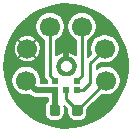
<source format=gbr>
G04 #@! TF.GenerationSoftware,KiCad,Pcbnew,5.1.5-52549c5~84~ubuntu18.04.1*
G04 #@! TF.CreationDate,2020-02-20T15:49:27+01:00*
G04 #@! TF.ProjectId,ICS-43434-PCB,4943532d-3433-4343-9334-2d5043422e6b,rev?*
G04 #@! TF.SameCoordinates,Original*
G04 #@! TF.FileFunction,Copper,L1,Top*
G04 #@! TF.FilePolarity,Positive*
%FSLAX46Y46*%
G04 Gerber Fmt 4.6, Leading zero omitted, Abs format (unit mm)*
G04 Created by KiCad (PCBNEW 5.1.5-52549c5~84~ubuntu18.04.1) date 2020-02-20 15:49:27*
%MOMM*%
%LPD*%
G04 APERTURE LIST*
%ADD10C,0.001000*%
%ADD11C,1.700000*%
%ADD12C,0.100000*%
%ADD13R,0.600000X0.522000*%
%ADD14R,0.100000X0.100000*%
%ADD15C,0.600000*%
%ADD16C,0.500000*%
%ADD17C,0.250000*%
%ADD18C,0.200000*%
G04 APERTURE END LIST*
D10*
G36*
X100010000Y-100800000D02*
G01*
X100010000Y-100500000D01*
X100023090Y-100500000D01*
X100049240Y-100498630D01*
X100075283Y-100495893D01*
X100101146Y-100491796D01*
X100126760Y-100486352D01*
X100152053Y-100479575D01*
X100176958Y-100471483D01*
X100201405Y-100462099D01*
X100225327Y-100451449D01*
X100248658Y-100439561D01*
X100271336Y-100426468D01*
X100293298Y-100412206D01*
X100314483Y-100396814D01*
X100334833Y-100380335D01*
X100354293Y-100362814D01*
X100372809Y-100344297D01*
X100390331Y-100324838D01*
X100406811Y-100304487D01*
X100422203Y-100283303D01*
X100436465Y-100261341D01*
X100449558Y-100238664D01*
X100461446Y-100215332D01*
X100472097Y-100191410D01*
X100481481Y-100166963D01*
X100489573Y-100142059D01*
X100496351Y-100116766D01*
X100501795Y-100091152D01*
X100505892Y-100065288D01*
X100508629Y-100039246D01*
X100510000Y-100013096D01*
X100510000Y-100000000D01*
X100510000Y-99980000D01*
X100510000Y-99966648D01*
X100508602Y-99939975D01*
X100505811Y-99913412D01*
X100501632Y-99887031D01*
X100496079Y-99860905D01*
X100489166Y-99835105D01*
X100480913Y-99809703D01*
X100471341Y-99784767D01*
X100460478Y-99760367D01*
X100448352Y-99736568D01*
X100434997Y-99713437D01*
X100420450Y-99691040D01*
X100404751Y-99669430D01*
X100387942Y-99648670D01*
X100370070Y-99628820D01*
X100351183Y-99609930D01*
X100331334Y-99592060D01*
X100310577Y-99575250D01*
X100288969Y-99559550D01*
X100266568Y-99545010D01*
X100243437Y-99531650D01*
X100219639Y-99519530D01*
X100195238Y-99508660D01*
X100170303Y-99499090D01*
X100144900Y-99490840D01*
X100119101Y-99483920D01*
X100092975Y-99478370D01*
X100066594Y-99474190D01*
X100040031Y-99471400D01*
X100013358Y-99470000D01*
X100000000Y-99470000D01*
X99990000Y-99470000D01*
X99976910Y-99470000D01*
X99950760Y-99471370D01*
X99924717Y-99474110D01*
X99898854Y-99478200D01*
X99873240Y-99483650D01*
X99847947Y-99490430D01*
X99823042Y-99498520D01*
X99798595Y-99507900D01*
X99774673Y-99518550D01*
X99751342Y-99530440D01*
X99728664Y-99543530D01*
X99706702Y-99557790D01*
X99685517Y-99573190D01*
X99665167Y-99589660D01*
X99645707Y-99607190D01*
X99627191Y-99625700D01*
X99609669Y-99645160D01*
X99593189Y-99665510D01*
X99577797Y-99686700D01*
X99563535Y-99708659D01*
X99550442Y-99731336D01*
X99538554Y-99754668D01*
X99527903Y-99778590D01*
X99518519Y-99803037D01*
X99510427Y-99827941D01*
X99503649Y-99853234D01*
X99498205Y-99878848D01*
X99494108Y-99904712D01*
X99491371Y-99930754D01*
X99490000Y-99956904D01*
X99490000Y-99970000D01*
X99490000Y-100000000D01*
X99490000Y-100013090D01*
X99491370Y-100039240D01*
X99494107Y-100065282D01*
X99498204Y-100091146D01*
X99503648Y-100116760D01*
X99510425Y-100142053D01*
X99518517Y-100166958D01*
X99527901Y-100191405D01*
X99538551Y-100215327D01*
X99550439Y-100238658D01*
X99563532Y-100261336D01*
X99577794Y-100283298D01*
X99593186Y-100304483D01*
X99609665Y-100324833D01*
X99627186Y-100344293D01*
X99645703Y-100362809D01*
X99665162Y-100380331D01*
X99685513Y-100396811D01*
X99706697Y-100412203D01*
X99728659Y-100426465D01*
X99751336Y-100439558D01*
X99774668Y-100451446D01*
X99798590Y-100462097D01*
X99823037Y-100471481D01*
X99847941Y-100479573D01*
X99873234Y-100486351D01*
X99898848Y-100491795D01*
X99924712Y-100495892D01*
X99950754Y-100498629D01*
X99976904Y-100500000D01*
X99990000Y-100500000D01*
X99990000Y-100800000D01*
X99980000Y-100800000D01*
X99959318Y-100800000D01*
X99918001Y-100797835D01*
X99876854Y-100793510D01*
X99835989Y-100787038D01*
X99795520Y-100778437D01*
X99755556Y-100767729D01*
X99716207Y-100754944D01*
X99677581Y-100740117D01*
X99639784Y-100723289D01*
X99602920Y-100704506D01*
X99567089Y-100683819D01*
X99532390Y-100661285D01*
X99498917Y-100636967D01*
X99466764Y-100610930D01*
X99436017Y-100583245D01*
X99406761Y-100553990D01*
X99379077Y-100523243D01*
X99353039Y-100491090D01*
X99328720Y-100457618D01*
X99306186Y-100422919D01*
X99285499Y-100387089D01*
X99266715Y-100350225D01*
X99249887Y-100312428D01*
X99235060Y-100273802D01*
X99222274Y-100234454D01*
X99211566Y-100194490D01*
X99202963Y-100154020D01*
X99196491Y-100113156D01*
X99192166Y-100072009D01*
X99190000Y-100030692D01*
X99190000Y-100010000D01*
X99190000Y-99980000D01*
X99190000Y-99958794D01*
X99192220Y-99916431D01*
X99196654Y-99874242D01*
X99203290Y-99832343D01*
X99212109Y-99790849D01*
X99223089Y-99749873D01*
X99236197Y-99709528D01*
X99251399Y-99669920D01*
X99268653Y-99631170D01*
X99287912Y-99593370D01*
X99309122Y-99556640D01*
X99332226Y-99521060D01*
X99357161Y-99486740D01*
X99383857Y-99453770D01*
X99412242Y-99422250D01*
X99442238Y-99392250D01*
X99473763Y-99363860D01*
X99506730Y-99337170D01*
X99541050Y-99312230D01*
X99576627Y-99289130D01*
X99613365Y-99267920D01*
X99651162Y-99248660D01*
X99689916Y-99231400D01*
X99729519Y-99216200D01*
X99769864Y-99203090D01*
X99810840Y-99192110D01*
X99852334Y-99183290D01*
X99894233Y-99176660D01*
X99936422Y-99172220D01*
X99978785Y-99170000D01*
X100000000Y-99170000D01*
X100010000Y-99170000D01*
X100030944Y-99170000D01*
X100072784Y-99172190D01*
X100114452Y-99176570D01*
X100155834Y-99183130D01*
X100196816Y-99191840D01*
X100237286Y-99202680D01*
X100277132Y-99215630D01*
X100316247Y-99230640D01*
X100354523Y-99247680D01*
X100391854Y-99266700D01*
X100428138Y-99287650D01*
X100463276Y-99310470D01*
X100497172Y-99335100D01*
X100529733Y-99361460D01*
X100560869Y-99389500D01*
X100590495Y-99419120D01*
X100618530Y-99450260D01*
X100644897Y-99482820D01*
X100669524Y-99516720D01*
X100692343Y-99551850D01*
X100713292Y-99588140D01*
X100732314Y-99625470D01*
X100749355Y-99663740D01*
X100764370Y-99702859D01*
X100777317Y-99742705D01*
X100788161Y-99783175D01*
X100796873Y-99824157D01*
X100803427Y-99865539D01*
X100807807Y-99907206D01*
X100810000Y-99949046D01*
X100810000Y-99970000D01*
X100810000Y-100000000D01*
X100810000Y-100020944D01*
X100807808Y-100062784D01*
X100803428Y-100104452D01*
X100796874Y-100145834D01*
X100788164Y-100186816D01*
X100777320Y-100227286D01*
X100764373Y-100267132D01*
X100749359Y-100306247D01*
X100732318Y-100344523D01*
X100713297Y-100381854D01*
X100692348Y-100418138D01*
X100669530Y-100453276D01*
X100644903Y-100487172D01*
X100618536Y-100519733D01*
X100590502Y-100550869D01*
X100560876Y-100580495D01*
X100529740Y-100608530D01*
X100497180Y-100634897D01*
X100463284Y-100659524D01*
X100428146Y-100682343D01*
X100391862Y-100703292D01*
X100354531Y-100722314D01*
X100316256Y-100739355D01*
X100277141Y-100754370D01*
X100237295Y-100767317D01*
X100196825Y-100778161D01*
X100155843Y-100786873D01*
X100114461Y-100793427D01*
X100072794Y-100797807D01*
X100030954Y-100800000D01*
X100010000Y-100800000D01*
G37*
X100010000Y-100800000D02*
X100010000Y-100500000D01*
X100023090Y-100500000D01*
X100049240Y-100498630D01*
X100075283Y-100495893D01*
X100101146Y-100491796D01*
X100126760Y-100486352D01*
X100152053Y-100479575D01*
X100176958Y-100471483D01*
X100201405Y-100462099D01*
X100225327Y-100451449D01*
X100248658Y-100439561D01*
X100271336Y-100426468D01*
X100293298Y-100412206D01*
X100314483Y-100396814D01*
X100334833Y-100380335D01*
X100354293Y-100362814D01*
X100372809Y-100344297D01*
X100390331Y-100324838D01*
X100406811Y-100304487D01*
X100422203Y-100283303D01*
X100436465Y-100261341D01*
X100449558Y-100238664D01*
X100461446Y-100215332D01*
X100472097Y-100191410D01*
X100481481Y-100166963D01*
X100489573Y-100142059D01*
X100496351Y-100116766D01*
X100501795Y-100091152D01*
X100505892Y-100065288D01*
X100508629Y-100039246D01*
X100510000Y-100013096D01*
X100510000Y-100000000D01*
X100510000Y-99980000D01*
X100510000Y-99966648D01*
X100508602Y-99939975D01*
X100505811Y-99913412D01*
X100501632Y-99887031D01*
X100496079Y-99860905D01*
X100489166Y-99835105D01*
X100480913Y-99809703D01*
X100471341Y-99784767D01*
X100460478Y-99760367D01*
X100448352Y-99736568D01*
X100434997Y-99713437D01*
X100420450Y-99691040D01*
X100404751Y-99669430D01*
X100387942Y-99648670D01*
X100370070Y-99628820D01*
X100351183Y-99609930D01*
X100331334Y-99592060D01*
X100310577Y-99575250D01*
X100288969Y-99559550D01*
X100266568Y-99545010D01*
X100243437Y-99531650D01*
X100219639Y-99519530D01*
X100195238Y-99508660D01*
X100170303Y-99499090D01*
X100144900Y-99490840D01*
X100119101Y-99483920D01*
X100092975Y-99478370D01*
X100066594Y-99474190D01*
X100040031Y-99471400D01*
X100013358Y-99470000D01*
X100000000Y-99470000D01*
X99990000Y-99470000D01*
X99976910Y-99470000D01*
X99950760Y-99471370D01*
X99924717Y-99474110D01*
X99898854Y-99478200D01*
X99873240Y-99483650D01*
X99847947Y-99490430D01*
X99823042Y-99498520D01*
X99798595Y-99507900D01*
X99774673Y-99518550D01*
X99751342Y-99530440D01*
X99728664Y-99543530D01*
X99706702Y-99557790D01*
X99685517Y-99573190D01*
X99665167Y-99589660D01*
X99645707Y-99607190D01*
X99627191Y-99625700D01*
X99609669Y-99645160D01*
X99593189Y-99665510D01*
X99577797Y-99686700D01*
X99563535Y-99708659D01*
X99550442Y-99731336D01*
X99538554Y-99754668D01*
X99527903Y-99778590D01*
X99518519Y-99803037D01*
X99510427Y-99827941D01*
X99503649Y-99853234D01*
X99498205Y-99878848D01*
X99494108Y-99904712D01*
X99491371Y-99930754D01*
X99490000Y-99956904D01*
X99490000Y-99970000D01*
X99490000Y-100000000D01*
X99490000Y-100013090D01*
X99491370Y-100039240D01*
X99494107Y-100065282D01*
X99498204Y-100091146D01*
X99503648Y-100116760D01*
X99510425Y-100142053D01*
X99518517Y-100166958D01*
X99527901Y-100191405D01*
X99538551Y-100215327D01*
X99550439Y-100238658D01*
X99563532Y-100261336D01*
X99577794Y-100283298D01*
X99593186Y-100304483D01*
X99609665Y-100324833D01*
X99627186Y-100344293D01*
X99645703Y-100362809D01*
X99665162Y-100380331D01*
X99685513Y-100396811D01*
X99706697Y-100412203D01*
X99728659Y-100426465D01*
X99751336Y-100439558D01*
X99774668Y-100451446D01*
X99798590Y-100462097D01*
X99823037Y-100471481D01*
X99847941Y-100479573D01*
X99873234Y-100486351D01*
X99898848Y-100491795D01*
X99924712Y-100495892D01*
X99950754Y-100498629D01*
X99976904Y-100500000D01*
X99990000Y-100500000D01*
X99990000Y-100800000D01*
X99980000Y-100800000D01*
X99959318Y-100800000D01*
X99918001Y-100797835D01*
X99876854Y-100793510D01*
X99835989Y-100787038D01*
X99795520Y-100778437D01*
X99755556Y-100767729D01*
X99716207Y-100754944D01*
X99677581Y-100740117D01*
X99639784Y-100723289D01*
X99602920Y-100704506D01*
X99567089Y-100683819D01*
X99532390Y-100661285D01*
X99498917Y-100636967D01*
X99466764Y-100610930D01*
X99436017Y-100583245D01*
X99406761Y-100553990D01*
X99379077Y-100523243D01*
X99353039Y-100491090D01*
X99328720Y-100457618D01*
X99306186Y-100422919D01*
X99285499Y-100387089D01*
X99266715Y-100350225D01*
X99249887Y-100312428D01*
X99235060Y-100273802D01*
X99222274Y-100234454D01*
X99211566Y-100194490D01*
X99202963Y-100154020D01*
X99196491Y-100113156D01*
X99192166Y-100072009D01*
X99190000Y-100030692D01*
X99190000Y-100010000D01*
X99190000Y-99980000D01*
X99190000Y-99958794D01*
X99192220Y-99916431D01*
X99196654Y-99874242D01*
X99203290Y-99832343D01*
X99212109Y-99790849D01*
X99223089Y-99749873D01*
X99236197Y-99709528D01*
X99251399Y-99669920D01*
X99268653Y-99631170D01*
X99287912Y-99593370D01*
X99309122Y-99556640D01*
X99332226Y-99521060D01*
X99357161Y-99486740D01*
X99383857Y-99453770D01*
X99412242Y-99422250D01*
X99442238Y-99392250D01*
X99473763Y-99363860D01*
X99506730Y-99337170D01*
X99541050Y-99312230D01*
X99576627Y-99289130D01*
X99613365Y-99267920D01*
X99651162Y-99248660D01*
X99689916Y-99231400D01*
X99729519Y-99216200D01*
X99769864Y-99203090D01*
X99810840Y-99192110D01*
X99852334Y-99183290D01*
X99894233Y-99176660D01*
X99936422Y-99172220D01*
X99978785Y-99170000D01*
X100000000Y-99170000D01*
X100010000Y-99170000D01*
X100030944Y-99170000D01*
X100072784Y-99172190D01*
X100114452Y-99176570D01*
X100155834Y-99183130D01*
X100196816Y-99191840D01*
X100237286Y-99202680D01*
X100277132Y-99215630D01*
X100316247Y-99230640D01*
X100354523Y-99247680D01*
X100391854Y-99266700D01*
X100428138Y-99287650D01*
X100463276Y-99310470D01*
X100497172Y-99335100D01*
X100529733Y-99361460D01*
X100560869Y-99389500D01*
X100590495Y-99419120D01*
X100618530Y-99450260D01*
X100644897Y-99482820D01*
X100669524Y-99516720D01*
X100692343Y-99551850D01*
X100713292Y-99588140D01*
X100732314Y-99625470D01*
X100749355Y-99663740D01*
X100764370Y-99702859D01*
X100777317Y-99742705D01*
X100788161Y-99783175D01*
X100796873Y-99824157D01*
X100803427Y-99865539D01*
X100807807Y-99907206D01*
X100810000Y-99949046D01*
X100810000Y-99970000D01*
X100810000Y-100000000D01*
X100810000Y-100020944D01*
X100807808Y-100062784D01*
X100803428Y-100104452D01*
X100796874Y-100145834D01*
X100788164Y-100186816D01*
X100777320Y-100227286D01*
X100764373Y-100267132D01*
X100749359Y-100306247D01*
X100732318Y-100344523D01*
X100713297Y-100381854D01*
X100692348Y-100418138D01*
X100669530Y-100453276D01*
X100644903Y-100487172D01*
X100618536Y-100519733D01*
X100590502Y-100550869D01*
X100560876Y-100580495D01*
X100529740Y-100608530D01*
X100497180Y-100634897D01*
X100463284Y-100659524D01*
X100428146Y-100682343D01*
X100391862Y-100703292D01*
X100354531Y-100722314D01*
X100316256Y-100739355D01*
X100277141Y-100754370D01*
X100237295Y-100767317D01*
X100196825Y-100778161D01*
X100155843Y-100786873D01*
X100114461Y-100793427D01*
X100072794Y-100797807D01*
X100030954Y-100800000D01*
X100010000Y-100800000D01*
D11*
X98651416Y-96662138D03*
X96617107Y-101231273D03*
X96711236Y-98535748D03*
X103382893Y-101231273D03*
X103288764Y-98535748D03*
X101348584Y-96662138D03*
G04 #@! TA.AperFunction,SMDPad,CuDef*
D12*
G36*
X102777691Y-103276053D02*
G01*
X102798926Y-103279203D01*
X102819750Y-103284419D01*
X102839962Y-103291651D01*
X102859368Y-103300830D01*
X102877781Y-103311866D01*
X102895024Y-103324654D01*
X102910930Y-103339070D01*
X102925346Y-103354976D01*
X102938134Y-103372219D01*
X102949170Y-103390632D01*
X102958349Y-103410038D01*
X102965581Y-103430250D01*
X102970797Y-103451074D01*
X102973947Y-103472309D01*
X102975000Y-103493750D01*
X102975000Y-104006250D01*
X102973947Y-104027691D01*
X102970797Y-104048926D01*
X102965581Y-104069750D01*
X102958349Y-104089962D01*
X102949170Y-104109368D01*
X102938134Y-104127781D01*
X102925346Y-104145024D01*
X102910930Y-104160930D01*
X102895024Y-104175346D01*
X102877781Y-104188134D01*
X102859368Y-104199170D01*
X102839962Y-104208349D01*
X102819750Y-104215581D01*
X102798926Y-104220797D01*
X102777691Y-104223947D01*
X102756250Y-104225000D01*
X102318750Y-104225000D01*
X102297309Y-104223947D01*
X102276074Y-104220797D01*
X102255250Y-104215581D01*
X102235038Y-104208349D01*
X102215632Y-104199170D01*
X102197219Y-104188134D01*
X102179976Y-104175346D01*
X102164070Y-104160930D01*
X102149654Y-104145024D01*
X102136866Y-104127781D01*
X102125830Y-104109368D01*
X102116651Y-104089962D01*
X102109419Y-104069750D01*
X102104203Y-104048926D01*
X102101053Y-104027691D01*
X102100000Y-104006250D01*
X102100000Y-103493750D01*
X102101053Y-103472309D01*
X102104203Y-103451074D01*
X102109419Y-103430250D01*
X102116651Y-103410038D01*
X102125830Y-103390632D01*
X102136866Y-103372219D01*
X102149654Y-103354976D01*
X102164070Y-103339070D01*
X102179976Y-103324654D01*
X102197219Y-103311866D01*
X102215632Y-103300830D01*
X102235038Y-103291651D01*
X102255250Y-103284419D01*
X102276074Y-103279203D01*
X102297309Y-103276053D01*
X102318750Y-103275000D01*
X102756250Y-103275000D01*
X102777691Y-103276053D01*
G37*
G04 #@! TD.AperFunction*
G04 #@! TA.AperFunction,SMDPad,CuDef*
G36*
X101202691Y-103276053D02*
G01*
X101223926Y-103279203D01*
X101244750Y-103284419D01*
X101264962Y-103291651D01*
X101284368Y-103300830D01*
X101302781Y-103311866D01*
X101320024Y-103324654D01*
X101335930Y-103339070D01*
X101350346Y-103354976D01*
X101363134Y-103372219D01*
X101374170Y-103390632D01*
X101383349Y-103410038D01*
X101390581Y-103430250D01*
X101395797Y-103451074D01*
X101398947Y-103472309D01*
X101400000Y-103493750D01*
X101400000Y-104006250D01*
X101398947Y-104027691D01*
X101395797Y-104048926D01*
X101390581Y-104069750D01*
X101383349Y-104089962D01*
X101374170Y-104109368D01*
X101363134Y-104127781D01*
X101350346Y-104145024D01*
X101335930Y-104160930D01*
X101320024Y-104175346D01*
X101302781Y-104188134D01*
X101284368Y-104199170D01*
X101264962Y-104208349D01*
X101244750Y-104215581D01*
X101223926Y-104220797D01*
X101202691Y-104223947D01*
X101181250Y-104225000D01*
X100743750Y-104225000D01*
X100722309Y-104223947D01*
X100701074Y-104220797D01*
X100680250Y-104215581D01*
X100660038Y-104208349D01*
X100640632Y-104199170D01*
X100622219Y-104188134D01*
X100604976Y-104175346D01*
X100589070Y-104160930D01*
X100574654Y-104145024D01*
X100561866Y-104127781D01*
X100550830Y-104109368D01*
X100541651Y-104089962D01*
X100534419Y-104069750D01*
X100529203Y-104048926D01*
X100526053Y-104027691D01*
X100525000Y-104006250D01*
X100525000Y-103493750D01*
X100526053Y-103472309D01*
X100529203Y-103451074D01*
X100534419Y-103430250D01*
X100541651Y-103410038D01*
X100550830Y-103390632D01*
X100561866Y-103372219D01*
X100574654Y-103354976D01*
X100589070Y-103339070D01*
X100604976Y-103324654D01*
X100622219Y-103311866D01*
X100640632Y-103300830D01*
X100660038Y-103291651D01*
X100680250Y-103284419D01*
X100701074Y-103279203D01*
X100722309Y-103276053D01*
X100743750Y-103275000D01*
X101181250Y-103275000D01*
X101202691Y-103276053D01*
G37*
G04 #@! TD.AperFunction*
G04 #@! TA.AperFunction,SMDPad,CuDef*
G36*
X97702691Y-103276053D02*
G01*
X97723926Y-103279203D01*
X97744750Y-103284419D01*
X97764962Y-103291651D01*
X97784368Y-103300830D01*
X97802781Y-103311866D01*
X97820024Y-103324654D01*
X97835930Y-103339070D01*
X97850346Y-103354976D01*
X97863134Y-103372219D01*
X97874170Y-103390632D01*
X97883349Y-103410038D01*
X97890581Y-103430250D01*
X97895797Y-103451074D01*
X97898947Y-103472309D01*
X97900000Y-103493750D01*
X97900000Y-104006250D01*
X97898947Y-104027691D01*
X97895797Y-104048926D01*
X97890581Y-104069750D01*
X97883349Y-104089962D01*
X97874170Y-104109368D01*
X97863134Y-104127781D01*
X97850346Y-104145024D01*
X97835930Y-104160930D01*
X97820024Y-104175346D01*
X97802781Y-104188134D01*
X97784368Y-104199170D01*
X97764962Y-104208349D01*
X97744750Y-104215581D01*
X97723926Y-104220797D01*
X97702691Y-104223947D01*
X97681250Y-104225000D01*
X97243750Y-104225000D01*
X97222309Y-104223947D01*
X97201074Y-104220797D01*
X97180250Y-104215581D01*
X97160038Y-104208349D01*
X97140632Y-104199170D01*
X97122219Y-104188134D01*
X97104976Y-104175346D01*
X97089070Y-104160930D01*
X97074654Y-104145024D01*
X97061866Y-104127781D01*
X97050830Y-104109368D01*
X97041651Y-104089962D01*
X97034419Y-104069750D01*
X97029203Y-104048926D01*
X97026053Y-104027691D01*
X97025000Y-104006250D01*
X97025000Y-103493750D01*
X97026053Y-103472309D01*
X97029203Y-103451074D01*
X97034419Y-103430250D01*
X97041651Y-103410038D01*
X97050830Y-103390632D01*
X97061866Y-103372219D01*
X97074654Y-103354976D01*
X97089070Y-103339070D01*
X97104976Y-103324654D01*
X97122219Y-103311866D01*
X97140632Y-103300830D01*
X97160038Y-103291651D01*
X97180250Y-103284419D01*
X97201074Y-103279203D01*
X97222309Y-103276053D01*
X97243750Y-103275000D01*
X97681250Y-103275000D01*
X97702691Y-103276053D01*
G37*
G04 #@! TD.AperFunction*
G04 #@! TA.AperFunction,SMDPad,CuDef*
G36*
X99277691Y-103276053D02*
G01*
X99298926Y-103279203D01*
X99319750Y-103284419D01*
X99339962Y-103291651D01*
X99359368Y-103300830D01*
X99377781Y-103311866D01*
X99395024Y-103324654D01*
X99410930Y-103339070D01*
X99425346Y-103354976D01*
X99438134Y-103372219D01*
X99449170Y-103390632D01*
X99458349Y-103410038D01*
X99465581Y-103430250D01*
X99470797Y-103451074D01*
X99473947Y-103472309D01*
X99475000Y-103493750D01*
X99475000Y-104006250D01*
X99473947Y-104027691D01*
X99470797Y-104048926D01*
X99465581Y-104069750D01*
X99458349Y-104089962D01*
X99449170Y-104109368D01*
X99438134Y-104127781D01*
X99425346Y-104145024D01*
X99410930Y-104160930D01*
X99395024Y-104175346D01*
X99377781Y-104188134D01*
X99359368Y-104199170D01*
X99339962Y-104208349D01*
X99319750Y-104215581D01*
X99298926Y-104220797D01*
X99277691Y-104223947D01*
X99256250Y-104225000D01*
X98818750Y-104225000D01*
X98797309Y-104223947D01*
X98776074Y-104220797D01*
X98755250Y-104215581D01*
X98735038Y-104208349D01*
X98715632Y-104199170D01*
X98697219Y-104188134D01*
X98679976Y-104175346D01*
X98664070Y-104160930D01*
X98649654Y-104145024D01*
X98636866Y-104127781D01*
X98625830Y-104109368D01*
X98616651Y-104089962D01*
X98609419Y-104069750D01*
X98604203Y-104048926D01*
X98601053Y-104027691D01*
X98600000Y-104006250D01*
X98600000Y-103493750D01*
X98601053Y-103472309D01*
X98604203Y-103451074D01*
X98609419Y-103430250D01*
X98616651Y-103410038D01*
X98625830Y-103390632D01*
X98636866Y-103372219D01*
X98649654Y-103354976D01*
X98664070Y-103339070D01*
X98679976Y-103324654D01*
X98697219Y-103311866D01*
X98715632Y-103300830D01*
X98735038Y-103291651D01*
X98755250Y-103284419D01*
X98776074Y-103279203D01*
X98797309Y-103276053D01*
X98818750Y-103275000D01*
X99256250Y-103275000D01*
X99277691Y-103276053D01*
G37*
G04 #@! TD.AperFunction*
D13*
X100000000Y-102061000D03*
X99100000Y-102061000D03*
X99100000Y-101239000D03*
D14*
X100015500Y-99317000D03*
D13*
X100900000Y-101239000D03*
X100900000Y-102061000D03*
D15*
X100015500Y-98300000D03*
D16*
X100000000Y-99236999D02*
X100015500Y-99236999D01*
X100000000Y-99231000D02*
X100000000Y-99236999D01*
X100015500Y-99215500D02*
X100000000Y-99231000D01*
X100015500Y-98300000D02*
X100015500Y-99236999D01*
X97446834Y-102061000D02*
X99100000Y-102061000D01*
X96617107Y-101231273D02*
X97446834Y-102061000D01*
X99100000Y-103687500D02*
X99037500Y-103750000D01*
X99100000Y-102061000D02*
X99100000Y-103687500D01*
D17*
X99100000Y-101239000D02*
X99061000Y-101239000D01*
X98651416Y-100790416D02*
X99100000Y-101239000D01*
X98651416Y-96662138D02*
X98651416Y-100790416D01*
X100000000Y-102787500D02*
X100962500Y-103750000D01*
X100000000Y-102061000D02*
X100000000Y-102787500D01*
X103382893Y-101329607D02*
X103382893Y-101231273D01*
X100962500Y-103750000D02*
X103382893Y-101329607D01*
X100900000Y-102061000D02*
X101450000Y-102061000D01*
X102055500Y-99769012D02*
X102055500Y-101455500D01*
X103288764Y-98535748D02*
X102055500Y-99769012D01*
X101450000Y-102061000D02*
X102055500Y-101455500D01*
X101348584Y-100790416D02*
X100900000Y-101239000D01*
X101348584Y-96662138D02*
X101348584Y-100790416D01*
D18*
G36*
X100663668Y-94817320D02*
G01*
X101529999Y-95004029D01*
X102352315Y-95334462D01*
X103106958Y-95799115D01*
X103772221Y-96384619D01*
X104328963Y-97074132D01*
X104761169Y-97847816D01*
X105056405Y-98683415D01*
X105206177Y-99556889D01*
X105206177Y-100443111D01*
X105056405Y-101316585D01*
X104761169Y-102152184D01*
X104328963Y-102925868D01*
X103772221Y-103615381D01*
X103106958Y-104200885D01*
X102352315Y-104665538D01*
X101529999Y-104995971D01*
X100663668Y-105182680D01*
X99778245Y-105220292D01*
X98899201Y-105107726D01*
X98051825Y-104848220D01*
X97260494Y-104449240D01*
X96547975Y-103922263D01*
X95934763Y-103282449D01*
X95438501Y-102548206D01*
X95073465Y-101740655D01*
X94908777Y-101108159D01*
X95367107Y-101108159D01*
X95367107Y-101354387D01*
X95415144Y-101595884D01*
X95509372Y-101823370D01*
X95646169Y-102028101D01*
X95820279Y-102202211D01*
X96025010Y-102339008D01*
X96252496Y-102433236D01*
X96493993Y-102481273D01*
X96740221Y-102481273D01*
X96913417Y-102446822D01*
X96964638Y-102498043D01*
X96984991Y-102522843D01*
X97009791Y-102543196D01*
X97009793Y-102543198D01*
X97016111Y-102548383D01*
X97083966Y-102604070D01*
X97196886Y-102664427D01*
X97319412Y-102701595D01*
X97414902Y-102711000D01*
X97414912Y-102711000D01*
X97446833Y-102714144D01*
X97478754Y-102711000D01*
X98450000Y-102711000D01*
X98450001Y-102997296D01*
X98379859Y-103054859D01*
X98302669Y-103148916D01*
X98245312Y-103256224D01*
X98209991Y-103372660D01*
X98198065Y-103493750D01*
X98198065Y-104006250D01*
X98209991Y-104127340D01*
X98245312Y-104243776D01*
X98302669Y-104351084D01*
X98379859Y-104445141D01*
X98473916Y-104522331D01*
X98581224Y-104579688D01*
X98697660Y-104615009D01*
X98818750Y-104626935D01*
X99256250Y-104626935D01*
X99377340Y-104615009D01*
X99493776Y-104579688D01*
X99601084Y-104522331D01*
X99695141Y-104445141D01*
X99772331Y-104351084D01*
X99829688Y-104243776D01*
X99865009Y-104127340D01*
X99876935Y-104006250D01*
X99876935Y-103493750D01*
X99867446Y-103397408D01*
X100123065Y-103653027D01*
X100123065Y-104006250D01*
X100134991Y-104127340D01*
X100170312Y-104243776D01*
X100227669Y-104351084D01*
X100304859Y-104445141D01*
X100398916Y-104522331D01*
X100506224Y-104579688D01*
X100622660Y-104615009D01*
X100743750Y-104626935D01*
X101181250Y-104626935D01*
X101302340Y-104615009D01*
X101418776Y-104579688D01*
X101526084Y-104522331D01*
X101620141Y-104445141D01*
X101697331Y-104351084D01*
X101754688Y-104243776D01*
X101790009Y-104127340D01*
X101801935Y-104006250D01*
X101801935Y-103653026D01*
X103021154Y-102433807D01*
X103259779Y-102481273D01*
X103506007Y-102481273D01*
X103747504Y-102433236D01*
X103974990Y-102339008D01*
X104179721Y-102202211D01*
X104353831Y-102028101D01*
X104490628Y-101823370D01*
X104584856Y-101595884D01*
X104632893Y-101354387D01*
X104632893Y-101108159D01*
X104584856Y-100866662D01*
X104490628Y-100639176D01*
X104353831Y-100434445D01*
X104179721Y-100260335D01*
X103974990Y-100123538D01*
X103747504Y-100029310D01*
X103506007Y-99981273D01*
X103259779Y-99981273D01*
X103018282Y-100029310D01*
X102790796Y-100123538D01*
X102586065Y-100260335D01*
X102580500Y-100265900D01*
X102580500Y-99986473D01*
X102857055Y-99709918D01*
X102924153Y-99737711D01*
X103165650Y-99785748D01*
X103411878Y-99785748D01*
X103653375Y-99737711D01*
X103880861Y-99643483D01*
X104085592Y-99506686D01*
X104259702Y-99332576D01*
X104396499Y-99127845D01*
X104490727Y-98900359D01*
X104538764Y-98658862D01*
X104538764Y-98412634D01*
X104490727Y-98171137D01*
X104396499Y-97943651D01*
X104259702Y-97738920D01*
X104085592Y-97564810D01*
X103880861Y-97428013D01*
X103653375Y-97333785D01*
X103411878Y-97285748D01*
X103165650Y-97285748D01*
X102924153Y-97333785D01*
X102696667Y-97428013D01*
X102491936Y-97564810D01*
X102317826Y-97738920D01*
X102181029Y-97943651D01*
X102086801Y-98171137D01*
X102038764Y-98412634D01*
X102038764Y-98658862D01*
X102086801Y-98900359D01*
X102114594Y-98967457D01*
X101873584Y-99208467D01*
X101873584Y-97797666D01*
X101940681Y-97769873D01*
X102145412Y-97633076D01*
X102319522Y-97458966D01*
X102456319Y-97254235D01*
X102550547Y-97026749D01*
X102598584Y-96785252D01*
X102598584Y-96539024D01*
X102550547Y-96297527D01*
X102456319Y-96070041D01*
X102319522Y-95865310D01*
X102145412Y-95691200D01*
X101940681Y-95554403D01*
X101713195Y-95460175D01*
X101471698Y-95412138D01*
X101225470Y-95412138D01*
X100983973Y-95460175D01*
X100756487Y-95554403D01*
X100551756Y-95691200D01*
X100377646Y-95865310D01*
X100240849Y-96070041D01*
X100146621Y-96297527D01*
X100098584Y-96539024D01*
X100098584Y-96785252D01*
X100146621Y-97026749D01*
X100240849Y-97254235D01*
X100377646Y-97458966D01*
X100551756Y-97633076D01*
X100756487Y-97769873D01*
X100823584Y-97797666D01*
X100823585Y-99087123D01*
X100797746Y-99063854D01*
X100791500Y-99059248D01*
X100786055Y-99053728D01*
X100781734Y-99050179D01*
X100749172Y-99023819D01*
X100742768Y-99019598D01*
X100737101Y-99014422D01*
X100732600Y-99011103D01*
X100698703Y-98986473D01*
X100692046Y-98982567D01*
X100686080Y-98977666D01*
X100681412Y-98974587D01*
X100646273Y-98951767D01*
X100639427Y-98948218D01*
X100633222Y-98943643D01*
X100628398Y-98940813D01*
X100592114Y-98919863D01*
X100585084Y-98916673D01*
X100578634Y-98912421D01*
X100573669Y-98909848D01*
X100536338Y-98890828D01*
X100529156Y-98888014D01*
X100522502Y-98884110D01*
X100517409Y-98881800D01*
X100479132Y-98864759D01*
X100471801Y-98862321D01*
X100464940Y-98858765D01*
X100459733Y-98856726D01*
X100420618Y-98841716D01*
X100413218Y-98839678D01*
X100406228Y-98836507D01*
X100400922Y-98834741D01*
X100361075Y-98821791D01*
X100353511Y-98820127D01*
X100346300Y-98817302D01*
X100340909Y-98815817D01*
X100300438Y-98804977D01*
X100292839Y-98803720D01*
X100285537Y-98801291D01*
X100280075Y-98800090D01*
X100239094Y-98791380D01*
X100231463Y-98790524D01*
X100224057Y-98788483D01*
X100218540Y-98787569D01*
X100177157Y-98781009D01*
X100169432Y-98780549D01*
X100161878Y-98778888D01*
X100156321Y-98778265D01*
X100114653Y-98773884D01*
X100106920Y-98773830D01*
X100099300Y-98772569D01*
X100093718Y-98772237D01*
X100051878Y-98770048D01*
X100044190Y-98770398D01*
X100036536Y-98769539D01*
X100030944Y-98769500D01*
X99978785Y-98769500D01*
X99971111Y-98770252D01*
X99963412Y-98769795D01*
X99957826Y-98770049D01*
X99915463Y-98772269D01*
X99907812Y-98773426D01*
X99900070Y-98773373D01*
X99894505Y-98773920D01*
X99852316Y-98778360D01*
X99844820Y-98779900D01*
X99837167Y-98780246D01*
X99831637Y-98781082D01*
X99789739Y-98787712D01*
X99782246Y-98789663D01*
X99774542Y-98790418D01*
X99769064Y-98791542D01*
X99727570Y-98800362D01*
X99720218Y-98802694D01*
X99712590Y-98803848D01*
X99707179Y-98805258D01*
X99666202Y-98816238D01*
X99658979Y-98818953D01*
X99651424Y-98820504D01*
X99646094Y-98822195D01*
X99605748Y-98835305D01*
X99598693Y-98838387D01*
X99591245Y-98840327D01*
X99586011Y-98842294D01*
X99546407Y-98857494D01*
X99539480Y-98860962D01*
X99532098Y-98863305D01*
X99526974Y-98865545D01*
X99488220Y-98882805D01*
X99481534Y-98886604D01*
X99474328Y-98889313D01*
X99469328Y-98891818D01*
X99431531Y-98911077D01*
X99425040Y-98915229D01*
X99417982Y-98918312D01*
X99413120Y-98921074D01*
X99376382Y-98942284D01*
X99370121Y-98946767D01*
X99363237Y-98950213D01*
X99358526Y-98953225D01*
X99322948Y-98976325D01*
X99316888Y-98981162D01*
X99310158Y-98984986D01*
X99305611Y-98988241D01*
X99271291Y-99013181D01*
X99265556Y-99018274D01*
X99259093Y-99022406D01*
X99254722Y-99025894D01*
X99221755Y-99052585D01*
X99216234Y-99058028D01*
X99209933Y-99062540D01*
X99205751Y-99066253D01*
X99176416Y-99092671D01*
X99176416Y-97797666D01*
X99243513Y-97769873D01*
X99448244Y-97633076D01*
X99622354Y-97458966D01*
X99759151Y-97254235D01*
X99853379Y-97026749D01*
X99901416Y-96785252D01*
X99901416Y-96539024D01*
X99853379Y-96297527D01*
X99759151Y-96070041D01*
X99622354Y-95865310D01*
X99448244Y-95691200D01*
X99243513Y-95554403D01*
X99016027Y-95460175D01*
X98774530Y-95412138D01*
X98528302Y-95412138D01*
X98286805Y-95460175D01*
X98059319Y-95554403D01*
X97854588Y-95691200D01*
X97680478Y-95865310D01*
X97543681Y-96070041D01*
X97449453Y-96297527D01*
X97401416Y-96539024D01*
X97401416Y-96785252D01*
X97449453Y-97026749D01*
X97543681Y-97254235D01*
X97680478Y-97458966D01*
X97854588Y-97633076D01*
X98059319Y-97769873D01*
X98126416Y-97797666D01*
X98126417Y-100764626D01*
X98123877Y-100790416D01*
X98134013Y-100893333D01*
X98164033Y-100992296D01*
X98212783Y-101083501D01*
X98233393Y-101108614D01*
X98278390Y-101163443D01*
X98298421Y-101179882D01*
X98398065Y-101279526D01*
X98398065Y-101411000D01*
X97855846Y-101411000D01*
X97867107Y-101354387D01*
X97867107Y-101108159D01*
X97819070Y-100866662D01*
X97724842Y-100639176D01*
X97588045Y-100434445D01*
X97413935Y-100260335D01*
X97209204Y-100123538D01*
X96981718Y-100029310D01*
X96740221Y-99981273D01*
X96493993Y-99981273D01*
X96252496Y-100029310D01*
X96025010Y-100123538D01*
X95820279Y-100260335D01*
X95646169Y-100434445D01*
X95509372Y-100639176D01*
X95415144Y-100866662D01*
X95367107Y-101108159D01*
X94908777Y-101108159D01*
X94850157Y-100883029D01*
X94775000Y-100000000D01*
X94834293Y-99303349D01*
X95950706Y-99303349D01*
X96036064Y-99473549D01*
X96231994Y-99587249D01*
X96446340Y-99660540D01*
X96670866Y-99690606D01*
X96896943Y-99676291D01*
X97115884Y-99618147D01*
X97319274Y-99518406D01*
X97386408Y-99473549D01*
X97471766Y-99303349D01*
X96711236Y-98542819D01*
X95950706Y-99303349D01*
X94834293Y-99303349D01*
X94850157Y-99116971D01*
X95012006Y-98495378D01*
X95556378Y-98495378D01*
X95570693Y-98721455D01*
X95628837Y-98940396D01*
X95728578Y-99143786D01*
X95773435Y-99210920D01*
X95943635Y-99296278D01*
X96704165Y-98535748D01*
X96718307Y-98535748D01*
X97478837Y-99296278D01*
X97649037Y-99210920D01*
X97762737Y-99014990D01*
X97836028Y-98800644D01*
X97866094Y-98576118D01*
X97851779Y-98350041D01*
X97793635Y-98131100D01*
X97693894Y-97927710D01*
X97649037Y-97860576D01*
X97478837Y-97775218D01*
X96718307Y-98535748D01*
X96704165Y-98535748D01*
X95943635Y-97775218D01*
X95773435Y-97860576D01*
X95659735Y-98056506D01*
X95586444Y-98270852D01*
X95556378Y-98495378D01*
X95012006Y-98495378D01*
X95073465Y-98259345D01*
X95295500Y-97768147D01*
X95950706Y-97768147D01*
X96711236Y-98528677D01*
X97471766Y-97768147D01*
X97386408Y-97597947D01*
X97190478Y-97484247D01*
X96976132Y-97410956D01*
X96751606Y-97380890D01*
X96525529Y-97395205D01*
X96306588Y-97453349D01*
X96103198Y-97553090D01*
X96036064Y-97597947D01*
X95950706Y-97768147D01*
X95295500Y-97768147D01*
X95438501Y-97451794D01*
X95934763Y-96717551D01*
X96547975Y-96077737D01*
X97260494Y-95550760D01*
X98051825Y-95151780D01*
X98899201Y-94892274D01*
X99778245Y-94779708D01*
X100663668Y-94817320D01*
G37*
X100663668Y-94817320D02*
X101529999Y-95004029D01*
X102352315Y-95334462D01*
X103106958Y-95799115D01*
X103772221Y-96384619D01*
X104328963Y-97074132D01*
X104761169Y-97847816D01*
X105056405Y-98683415D01*
X105206177Y-99556889D01*
X105206177Y-100443111D01*
X105056405Y-101316585D01*
X104761169Y-102152184D01*
X104328963Y-102925868D01*
X103772221Y-103615381D01*
X103106958Y-104200885D01*
X102352315Y-104665538D01*
X101529999Y-104995971D01*
X100663668Y-105182680D01*
X99778245Y-105220292D01*
X98899201Y-105107726D01*
X98051825Y-104848220D01*
X97260494Y-104449240D01*
X96547975Y-103922263D01*
X95934763Y-103282449D01*
X95438501Y-102548206D01*
X95073465Y-101740655D01*
X94908777Y-101108159D01*
X95367107Y-101108159D01*
X95367107Y-101354387D01*
X95415144Y-101595884D01*
X95509372Y-101823370D01*
X95646169Y-102028101D01*
X95820279Y-102202211D01*
X96025010Y-102339008D01*
X96252496Y-102433236D01*
X96493993Y-102481273D01*
X96740221Y-102481273D01*
X96913417Y-102446822D01*
X96964638Y-102498043D01*
X96984991Y-102522843D01*
X97009791Y-102543196D01*
X97009793Y-102543198D01*
X97016111Y-102548383D01*
X97083966Y-102604070D01*
X97196886Y-102664427D01*
X97319412Y-102701595D01*
X97414902Y-102711000D01*
X97414912Y-102711000D01*
X97446833Y-102714144D01*
X97478754Y-102711000D01*
X98450000Y-102711000D01*
X98450001Y-102997296D01*
X98379859Y-103054859D01*
X98302669Y-103148916D01*
X98245312Y-103256224D01*
X98209991Y-103372660D01*
X98198065Y-103493750D01*
X98198065Y-104006250D01*
X98209991Y-104127340D01*
X98245312Y-104243776D01*
X98302669Y-104351084D01*
X98379859Y-104445141D01*
X98473916Y-104522331D01*
X98581224Y-104579688D01*
X98697660Y-104615009D01*
X98818750Y-104626935D01*
X99256250Y-104626935D01*
X99377340Y-104615009D01*
X99493776Y-104579688D01*
X99601084Y-104522331D01*
X99695141Y-104445141D01*
X99772331Y-104351084D01*
X99829688Y-104243776D01*
X99865009Y-104127340D01*
X99876935Y-104006250D01*
X99876935Y-103493750D01*
X99867446Y-103397408D01*
X100123065Y-103653027D01*
X100123065Y-104006250D01*
X100134991Y-104127340D01*
X100170312Y-104243776D01*
X100227669Y-104351084D01*
X100304859Y-104445141D01*
X100398916Y-104522331D01*
X100506224Y-104579688D01*
X100622660Y-104615009D01*
X100743750Y-104626935D01*
X101181250Y-104626935D01*
X101302340Y-104615009D01*
X101418776Y-104579688D01*
X101526084Y-104522331D01*
X101620141Y-104445141D01*
X101697331Y-104351084D01*
X101754688Y-104243776D01*
X101790009Y-104127340D01*
X101801935Y-104006250D01*
X101801935Y-103653026D01*
X103021154Y-102433807D01*
X103259779Y-102481273D01*
X103506007Y-102481273D01*
X103747504Y-102433236D01*
X103974990Y-102339008D01*
X104179721Y-102202211D01*
X104353831Y-102028101D01*
X104490628Y-101823370D01*
X104584856Y-101595884D01*
X104632893Y-101354387D01*
X104632893Y-101108159D01*
X104584856Y-100866662D01*
X104490628Y-100639176D01*
X104353831Y-100434445D01*
X104179721Y-100260335D01*
X103974990Y-100123538D01*
X103747504Y-100029310D01*
X103506007Y-99981273D01*
X103259779Y-99981273D01*
X103018282Y-100029310D01*
X102790796Y-100123538D01*
X102586065Y-100260335D01*
X102580500Y-100265900D01*
X102580500Y-99986473D01*
X102857055Y-99709918D01*
X102924153Y-99737711D01*
X103165650Y-99785748D01*
X103411878Y-99785748D01*
X103653375Y-99737711D01*
X103880861Y-99643483D01*
X104085592Y-99506686D01*
X104259702Y-99332576D01*
X104396499Y-99127845D01*
X104490727Y-98900359D01*
X104538764Y-98658862D01*
X104538764Y-98412634D01*
X104490727Y-98171137D01*
X104396499Y-97943651D01*
X104259702Y-97738920D01*
X104085592Y-97564810D01*
X103880861Y-97428013D01*
X103653375Y-97333785D01*
X103411878Y-97285748D01*
X103165650Y-97285748D01*
X102924153Y-97333785D01*
X102696667Y-97428013D01*
X102491936Y-97564810D01*
X102317826Y-97738920D01*
X102181029Y-97943651D01*
X102086801Y-98171137D01*
X102038764Y-98412634D01*
X102038764Y-98658862D01*
X102086801Y-98900359D01*
X102114594Y-98967457D01*
X101873584Y-99208467D01*
X101873584Y-97797666D01*
X101940681Y-97769873D01*
X102145412Y-97633076D01*
X102319522Y-97458966D01*
X102456319Y-97254235D01*
X102550547Y-97026749D01*
X102598584Y-96785252D01*
X102598584Y-96539024D01*
X102550547Y-96297527D01*
X102456319Y-96070041D01*
X102319522Y-95865310D01*
X102145412Y-95691200D01*
X101940681Y-95554403D01*
X101713195Y-95460175D01*
X101471698Y-95412138D01*
X101225470Y-95412138D01*
X100983973Y-95460175D01*
X100756487Y-95554403D01*
X100551756Y-95691200D01*
X100377646Y-95865310D01*
X100240849Y-96070041D01*
X100146621Y-96297527D01*
X100098584Y-96539024D01*
X100098584Y-96785252D01*
X100146621Y-97026749D01*
X100240849Y-97254235D01*
X100377646Y-97458966D01*
X100551756Y-97633076D01*
X100756487Y-97769873D01*
X100823584Y-97797666D01*
X100823585Y-99087123D01*
X100797746Y-99063854D01*
X100791500Y-99059248D01*
X100786055Y-99053728D01*
X100781734Y-99050179D01*
X100749172Y-99023819D01*
X100742768Y-99019598D01*
X100737101Y-99014422D01*
X100732600Y-99011103D01*
X100698703Y-98986473D01*
X100692046Y-98982567D01*
X100686080Y-98977666D01*
X100681412Y-98974587D01*
X100646273Y-98951767D01*
X100639427Y-98948218D01*
X100633222Y-98943643D01*
X100628398Y-98940813D01*
X100592114Y-98919863D01*
X100585084Y-98916673D01*
X100578634Y-98912421D01*
X100573669Y-98909848D01*
X100536338Y-98890828D01*
X100529156Y-98888014D01*
X100522502Y-98884110D01*
X100517409Y-98881800D01*
X100479132Y-98864759D01*
X100471801Y-98862321D01*
X100464940Y-98858765D01*
X100459733Y-98856726D01*
X100420618Y-98841716D01*
X100413218Y-98839678D01*
X100406228Y-98836507D01*
X100400922Y-98834741D01*
X100361075Y-98821791D01*
X100353511Y-98820127D01*
X100346300Y-98817302D01*
X100340909Y-98815817D01*
X100300438Y-98804977D01*
X100292839Y-98803720D01*
X100285537Y-98801291D01*
X100280075Y-98800090D01*
X100239094Y-98791380D01*
X100231463Y-98790524D01*
X100224057Y-98788483D01*
X100218540Y-98787569D01*
X100177157Y-98781009D01*
X100169432Y-98780549D01*
X100161878Y-98778888D01*
X100156321Y-98778265D01*
X100114653Y-98773884D01*
X100106920Y-98773830D01*
X100099300Y-98772569D01*
X100093718Y-98772237D01*
X100051878Y-98770048D01*
X100044190Y-98770398D01*
X100036536Y-98769539D01*
X100030944Y-98769500D01*
X99978785Y-98769500D01*
X99971111Y-98770252D01*
X99963412Y-98769795D01*
X99957826Y-98770049D01*
X99915463Y-98772269D01*
X99907812Y-98773426D01*
X99900070Y-98773373D01*
X99894505Y-98773920D01*
X99852316Y-98778360D01*
X99844820Y-98779900D01*
X99837167Y-98780246D01*
X99831637Y-98781082D01*
X99789739Y-98787712D01*
X99782246Y-98789663D01*
X99774542Y-98790418D01*
X99769064Y-98791542D01*
X99727570Y-98800362D01*
X99720218Y-98802694D01*
X99712590Y-98803848D01*
X99707179Y-98805258D01*
X99666202Y-98816238D01*
X99658979Y-98818953D01*
X99651424Y-98820504D01*
X99646094Y-98822195D01*
X99605748Y-98835305D01*
X99598693Y-98838387D01*
X99591245Y-98840327D01*
X99586011Y-98842294D01*
X99546407Y-98857494D01*
X99539480Y-98860962D01*
X99532098Y-98863305D01*
X99526974Y-98865545D01*
X99488220Y-98882805D01*
X99481534Y-98886604D01*
X99474328Y-98889313D01*
X99469328Y-98891818D01*
X99431531Y-98911077D01*
X99425040Y-98915229D01*
X99417982Y-98918312D01*
X99413120Y-98921074D01*
X99376382Y-98942284D01*
X99370121Y-98946767D01*
X99363237Y-98950213D01*
X99358526Y-98953225D01*
X99322948Y-98976325D01*
X99316888Y-98981162D01*
X99310158Y-98984986D01*
X99305611Y-98988241D01*
X99271291Y-99013181D01*
X99265556Y-99018274D01*
X99259093Y-99022406D01*
X99254722Y-99025894D01*
X99221755Y-99052585D01*
X99216234Y-99058028D01*
X99209933Y-99062540D01*
X99205751Y-99066253D01*
X99176416Y-99092671D01*
X99176416Y-97797666D01*
X99243513Y-97769873D01*
X99448244Y-97633076D01*
X99622354Y-97458966D01*
X99759151Y-97254235D01*
X99853379Y-97026749D01*
X99901416Y-96785252D01*
X99901416Y-96539024D01*
X99853379Y-96297527D01*
X99759151Y-96070041D01*
X99622354Y-95865310D01*
X99448244Y-95691200D01*
X99243513Y-95554403D01*
X99016027Y-95460175D01*
X98774530Y-95412138D01*
X98528302Y-95412138D01*
X98286805Y-95460175D01*
X98059319Y-95554403D01*
X97854588Y-95691200D01*
X97680478Y-95865310D01*
X97543681Y-96070041D01*
X97449453Y-96297527D01*
X97401416Y-96539024D01*
X97401416Y-96785252D01*
X97449453Y-97026749D01*
X97543681Y-97254235D01*
X97680478Y-97458966D01*
X97854588Y-97633076D01*
X98059319Y-97769873D01*
X98126416Y-97797666D01*
X98126417Y-100764626D01*
X98123877Y-100790416D01*
X98134013Y-100893333D01*
X98164033Y-100992296D01*
X98212783Y-101083501D01*
X98233393Y-101108614D01*
X98278390Y-101163443D01*
X98298421Y-101179882D01*
X98398065Y-101279526D01*
X98398065Y-101411000D01*
X97855846Y-101411000D01*
X97867107Y-101354387D01*
X97867107Y-101108159D01*
X97819070Y-100866662D01*
X97724842Y-100639176D01*
X97588045Y-100434445D01*
X97413935Y-100260335D01*
X97209204Y-100123538D01*
X96981718Y-100029310D01*
X96740221Y-99981273D01*
X96493993Y-99981273D01*
X96252496Y-100029310D01*
X96025010Y-100123538D01*
X95820279Y-100260335D01*
X95646169Y-100434445D01*
X95509372Y-100639176D01*
X95415144Y-100866662D01*
X95367107Y-101108159D01*
X94908777Y-101108159D01*
X94850157Y-100883029D01*
X94775000Y-100000000D01*
X94834293Y-99303349D01*
X95950706Y-99303349D01*
X96036064Y-99473549D01*
X96231994Y-99587249D01*
X96446340Y-99660540D01*
X96670866Y-99690606D01*
X96896943Y-99676291D01*
X97115884Y-99618147D01*
X97319274Y-99518406D01*
X97386408Y-99473549D01*
X97471766Y-99303349D01*
X96711236Y-98542819D01*
X95950706Y-99303349D01*
X94834293Y-99303349D01*
X94850157Y-99116971D01*
X95012006Y-98495378D01*
X95556378Y-98495378D01*
X95570693Y-98721455D01*
X95628837Y-98940396D01*
X95728578Y-99143786D01*
X95773435Y-99210920D01*
X95943635Y-99296278D01*
X96704165Y-98535748D01*
X96718307Y-98535748D01*
X97478837Y-99296278D01*
X97649037Y-99210920D01*
X97762737Y-99014990D01*
X97836028Y-98800644D01*
X97866094Y-98576118D01*
X97851779Y-98350041D01*
X97793635Y-98131100D01*
X97693894Y-97927710D01*
X97649037Y-97860576D01*
X97478837Y-97775218D01*
X96718307Y-98535748D01*
X96704165Y-98535748D01*
X95943635Y-97775218D01*
X95773435Y-97860576D01*
X95659735Y-98056506D01*
X95586444Y-98270852D01*
X95556378Y-98495378D01*
X95012006Y-98495378D01*
X95073465Y-98259345D01*
X95295500Y-97768147D01*
X95950706Y-97768147D01*
X96711236Y-98528677D01*
X97471766Y-97768147D01*
X97386408Y-97597947D01*
X97190478Y-97484247D01*
X96976132Y-97410956D01*
X96751606Y-97380890D01*
X96525529Y-97395205D01*
X96306588Y-97453349D01*
X96103198Y-97553090D01*
X96036064Y-97597947D01*
X95950706Y-97768147D01*
X95295500Y-97768147D01*
X95438501Y-97451794D01*
X95934763Y-96717551D01*
X96547975Y-96077737D01*
X97260494Y-95550760D01*
X98051825Y-95151780D01*
X98899201Y-94892274D01*
X99778245Y-94779708D01*
X100663668Y-94817320D01*
M02*

</source>
